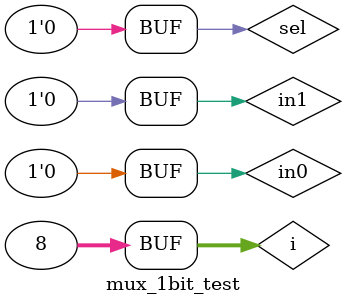
<source format=v>
`timescale 1ns / 1ns
module mux_1bit_test();
    reg in0, in1, sel;
    wire out;

    mux_1bit mux(in0, in1, sel, out);
    integer i;
    initial begin
        {in0, in1, sel} = 3'b000;
        for (i = 0; i < 8; i = i + 1)
            #100 {in0, in1, sel} = {in0, in1, sel} + 3'b001;
        
        for (i = 0; i < 8; i = i + 1)
            #100 {in0, in1, sel} = {in0, in1, sel} - 3'b001;
        
        #100;
    end
endmodule
</source>
